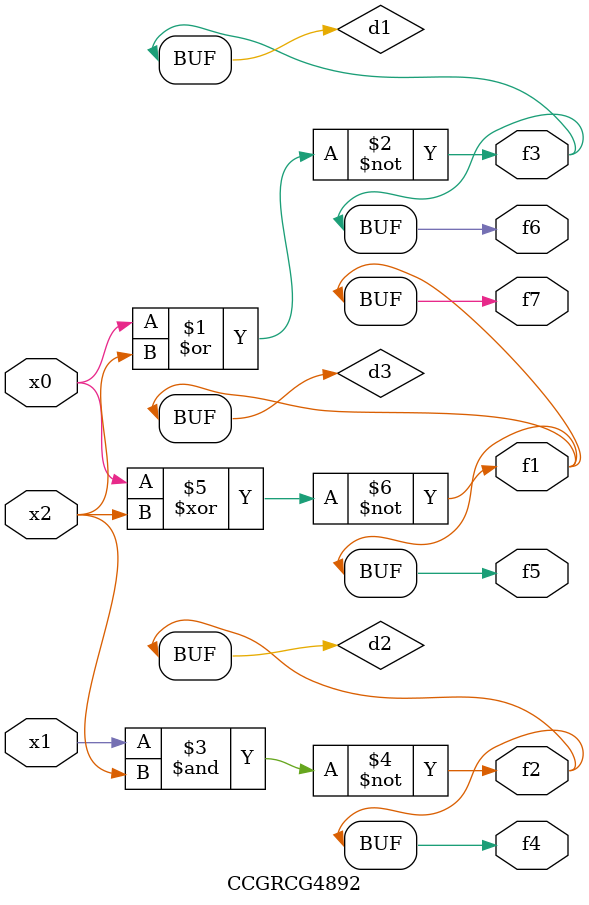
<source format=v>
module CCGRCG4892(
	input x0, x1, x2,
	output f1, f2, f3, f4, f5, f6, f7
);

	wire d1, d2, d3;

	nor (d1, x0, x2);
	nand (d2, x1, x2);
	xnor (d3, x0, x2);
	assign f1 = d3;
	assign f2 = d2;
	assign f3 = d1;
	assign f4 = d2;
	assign f5 = d3;
	assign f6 = d1;
	assign f7 = d3;
endmodule

</source>
